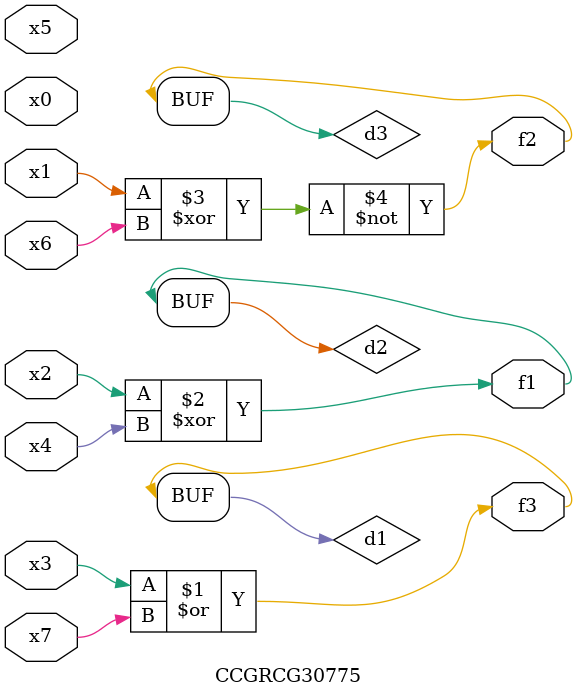
<source format=v>
module CCGRCG30775(
	input x0, x1, x2, x3, x4, x5, x6, x7,
	output f1, f2, f3
);

	wire d1, d2, d3;

	or (d1, x3, x7);
	xor (d2, x2, x4);
	xnor (d3, x1, x6);
	assign f1 = d2;
	assign f2 = d3;
	assign f3 = d1;
endmodule

</source>
